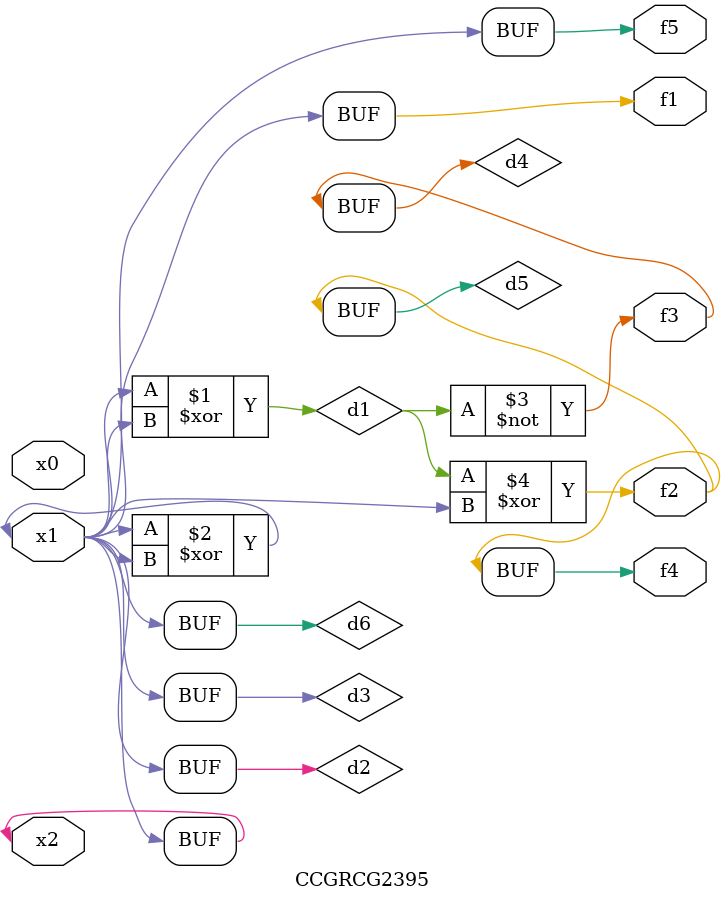
<source format=v>
module CCGRCG2395(
	input x0, x1, x2,
	output f1, f2, f3, f4, f5
);

	wire d1, d2, d3, d4, d5, d6;

	xor (d1, x1, x2);
	buf (d2, x1, x2);
	xor (d3, x1, x2);
	nor (d4, d1);
	xor (d5, d1, d2);
	buf (d6, d2, d3);
	assign f1 = d6;
	assign f2 = d5;
	assign f3 = d4;
	assign f4 = d5;
	assign f5 = d6;
endmodule

</source>
